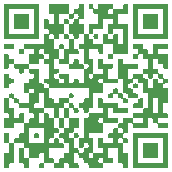
<source format=gbr>
%TF.GenerationSoftware,KiCad,Pcbnew,(6.0.9)*%
%TF.CreationDate,2023-01-29T03:00:28+01:00*%
%TF.ProjectId,Pi Pico Stepper controller,50692050-6963-46f2-9053-746570706572,0.1*%
%TF.SameCoordinates,Original*%
%TF.FileFunction,Legend,Bot*%
%TF.FilePolarity,Positive*%
%FSLAX46Y46*%
G04 Gerber Fmt 4.6, Leading zero omitted, Abs format (unit mm)*
G04 Created by KiCad (PCBNEW (6.0.9)) date 2023-01-29 03:00:28*
%MOMM*%
%LPD*%
G01*
G04 APERTURE LIST*
G04 APERTURE END LIST*
%TO.C,G\u002A\u002A\u002A*%
G36*
X142657211Y-129395272D02*
G01*
X142657185Y-129411268D01*
X142645672Y-129543698D01*
X142587905Y-129596142D01*
X142447045Y-129605437D01*
X142431049Y-129605411D01*
X142298619Y-129593899D01*
X142246175Y-129536131D01*
X142236880Y-129395272D01*
X142236906Y-129379275D01*
X142248418Y-129246846D01*
X142306186Y-129194402D01*
X142447045Y-129185106D01*
X142657211Y-129185106D01*
X142657211Y-129395272D01*
G37*
G36*
X144985028Y-124141161D02*
G01*
X145117457Y-124152673D01*
X145169901Y-124210440D01*
X145179197Y-124351300D01*
X145179223Y-124367297D01*
X145190735Y-124499726D01*
X145248502Y-124552170D01*
X145389362Y-124561465D01*
X145405359Y-124561492D01*
X145537788Y-124573004D01*
X145590232Y-124630771D01*
X145599527Y-124771631D01*
X145599501Y-124787628D01*
X145587989Y-124920057D01*
X145530222Y-124972501D01*
X145389362Y-124981796D01*
X145373365Y-124981770D01*
X145240936Y-124970258D01*
X145188492Y-124912490D01*
X145179197Y-124771631D01*
X145179170Y-124755634D01*
X145167658Y-124623205D01*
X145109891Y-124570761D01*
X144969031Y-124561465D01*
X144758866Y-124561465D01*
X144758866Y-125402127D01*
X144338535Y-125402127D01*
X144338535Y-124561465D01*
X144548700Y-124561465D01*
X144564697Y-124561439D01*
X144697126Y-124549927D01*
X144749570Y-124492160D01*
X144758866Y-124351300D01*
X144758892Y-124335303D01*
X144770404Y-124202874D01*
X144828171Y-124150430D01*
X144969031Y-124141134D01*
X144985028Y-124141161D01*
G37*
G36*
X142042711Y-126663146D02*
G01*
X142175140Y-126674659D01*
X142227584Y-126732426D01*
X142236880Y-126873286D01*
X142236854Y-126889282D01*
X142225341Y-127021712D01*
X142167574Y-127074156D01*
X142026714Y-127083451D01*
X142010718Y-127083425D01*
X141878288Y-127071913D01*
X141825844Y-127014145D01*
X141816549Y-126873286D01*
X141816575Y-126857289D01*
X141828087Y-126724860D01*
X141885855Y-126672416D01*
X142026714Y-126663120D01*
X142042711Y-126663146D01*
G37*
G36*
X147086683Y-118256527D02*
G01*
X147219112Y-118268039D01*
X147271556Y-118325807D01*
X147280851Y-118466666D01*
X147280825Y-118482663D01*
X147269313Y-118615092D01*
X147211545Y-118667536D01*
X147070686Y-118676832D01*
X147054689Y-118676806D01*
X146922260Y-118665294D01*
X146869816Y-118607526D01*
X146860520Y-118466666D01*
X146860547Y-118450670D01*
X146872059Y-118318240D01*
X146929826Y-118265796D01*
X147070686Y-118256501D01*
X147086683Y-118256527D01*
G37*
G36*
X151063830Y-124561465D02*
G01*
X150223168Y-124561465D01*
X150223168Y-124351300D01*
X150223194Y-124335303D01*
X150234706Y-124202874D01*
X150292474Y-124150430D01*
X150433334Y-124141134D01*
X150449330Y-124141108D01*
X150581760Y-124129596D01*
X150634204Y-124071829D01*
X150643499Y-123930969D01*
X150643525Y-123914972D01*
X150655037Y-123782543D01*
X150712805Y-123730099D01*
X150853665Y-123720803D01*
X151063830Y-123720803D01*
X151063830Y-124561465D01*
G37*
G36*
X144564697Y-116995534D02*
G01*
X144697126Y-117007046D01*
X144749570Y-117064814D01*
X144758866Y-117205673D01*
X144758839Y-117221670D01*
X144747327Y-117354099D01*
X144689560Y-117406543D01*
X144548700Y-117415839D01*
X144532703Y-117415813D01*
X144400274Y-117404301D01*
X144347830Y-117346533D01*
X144338535Y-117205673D01*
X144338561Y-117189677D01*
X144350073Y-117057247D01*
X144407840Y-117004803D01*
X144548700Y-116995508D01*
X144564697Y-116995534D01*
G37*
G36*
X139714894Y-127503782D02*
G01*
X139294563Y-127503782D01*
X139294563Y-126663120D01*
X139714894Y-126663120D01*
X139714894Y-127503782D01*
G37*
G36*
X139294563Y-118676832D02*
G01*
X139294563Y-118256501D01*
X139714894Y-118256501D01*
X141816549Y-118256501D01*
X141816549Y-116154846D01*
X139714894Y-116154846D01*
X139714894Y-118256501D01*
X139294563Y-118256501D01*
X139294563Y-115734515D01*
X142236880Y-115734515D01*
X142236880Y-118676832D01*
X139294563Y-118676832D01*
G37*
G36*
X141396218Y-117836170D02*
G01*
X140135225Y-117836170D01*
X140135225Y-116575177D01*
X141396218Y-116575177D01*
X141396218Y-117836170D01*
G37*
G36*
X145405359Y-126663146D02*
G01*
X145537788Y-126674659D01*
X145590232Y-126732426D01*
X145599527Y-126873286D01*
X145599501Y-126889282D01*
X145587989Y-127021712D01*
X145530222Y-127074156D01*
X145389362Y-127083451D01*
X145373365Y-127083425D01*
X145240936Y-127071913D01*
X145188492Y-127014145D01*
X145179197Y-126873286D01*
X145179223Y-126857289D01*
X145190735Y-126724860D01*
X145248502Y-126672416D01*
X145389362Y-126663120D01*
X145405359Y-126663146D01*
G37*
G36*
X150223168Y-118676832D02*
G01*
X150223168Y-118256501D01*
X150643499Y-118256501D01*
X152745154Y-118256501D01*
X152745154Y-116154846D01*
X150643499Y-116154846D01*
X150643499Y-118256501D01*
X150223168Y-118256501D01*
X150223168Y-115734515D01*
X153165485Y-115734515D01*
X153165485Y-118676832D01*
X150223168Y-118676832D01*
G37*
G36*
X144338535Y-126242789D02*
G01*
X143918204Y-126242789D01*
X143918204Y-125402127D01*
X144338535Y-125402127D01*
X144338535Y-126242789D01*
G37*
G36*
X144564697Y-118256527D02*
G01*
X144697126Y-118268039D01*
X144749570Y-118325807D01*
X144758866Y-118466666D01*
X144758892Y-118482663D01*
X144770404Y-118615092D01*
X144828171Y-118667536D01*
X144969031Y-118676832D01*
X145179197Y-118676832D01*
X145179197Y-119517494D01*
X145389362Y-119517494D01*
X145405359Y-119517520D01*
X145537788Y-119529032D01*
X145590232Y-119586800D01*
X145599527Y-119727659D01*
X145599527Y-119937825D01*
X144758866Y-119937825D01*
X144758866Y-120778487D01*
X143918204Y-120778487D01*
X143918204Y-120568321D01*
X143918230Y-120552325D01*
X143929742Y-120419895D01*
X143987510Y-120367451D01*
X144128369Y-120358156D01*
X144338535Y-120358156D01*
X144338535Y-119517494D01*
X144128369Y-119517494D01*
X144112372Y-119517468D01*
X143979943Y-119505955D01*
X143927499Y-119448188D01*
X143918204Y-119307328D01*
X143918230Y-119291332D01*
X143929742Y-119158902D01*
X143987510Y-119106458D01*
X144128369Y-119097163D01*
X144144366Y-119097189D01*
X144276795Y-119108701D01*
X144329239Y-119166469D01*
X144338535Y-119307328D01*
X144338561Y-119323325D01*
X144350073Y-119455754D01*
X144407840Y-119508198D01*
X144548700Y-119517494D01*
X144758866Y-119517494D01*
X144758866Y-118676832D01*
X144548700Y-118676832D01*
X144532703Y-118676806D01*
X144400274Y-118665294D01*
X144347830Y-118607526D01*
X144338535Y-118466666D01*
X144338561Y-118450670D01*
X144350073Y-118318240D01*
X144407840Y-118265796D01*
X144548700Y-118256501D01*
X144564697Y-118256527D01*
G37*
G36*
X152324823Y-117836170D02*
G01*
X151063830Y-117836170D01*
X151063830Y-116575177D01*
X152324823Y-116575177D01*
X152324823Y-117836170D01*
G37*
G36*
X144985028Y-123300499D02*
G01*
X145117457Y-123312011D01*
X145169901Y-123369778D01*
X145179197Y-123510638D01*
X145179170Y-123526635D01*
X145167658Y-123659064D01*
X145109891Y-123711508D01*
X144969031Y-123720803D01*
X144953034Y-123720777D01*
X144820605Y-123709265D01*
X144768161Y-123651498D01*
X144758866Y-123510638D01*
X144758892Y-123494641D01*
X144770404Y-123362212D01*
X144828171Y-123309768D01*
X144969031Y-123300473D01*
X144985028Y-123300499D01*
G37*
G36*
X148768006Y-122880168D02*
G01*
X148900436Y-122891680D01*
X148952880Y-122949447D01*
X148962175Y-123090307D01*
X148962201Y-123106304D01*
X148973714Y-123238733D01*
X149031481Y-123291177D01*
X149172341Y-123300473D01*
X149188337Y-123300499D01*
X149320767Y-123312011D01*
X149373211Y-123369778D01*
X149382506Y-123510638D01*
X149382532Y-123526635D01*
X149394045Y-123659064D01*
X149451812Y-123711508D01*
X149592672Y-123720803D01*
X149608668Y-123720830D01*
X149741098Y-123732342D01*
X149793542Y-123790109D01*
X149802837Y-123930969D01*
X149802811Y-123946966D01*
X149791299Y-124079395D01*
X149733531Y-124131839D01*
X149592672Y-124141134D01*
X149576675Y-124141108D01*
X149444246Y-124129596D01*
X149391802Y-124071829D01*
X149382506Y-123930969D01*
X149382480Y-123914972D01*
X149370968Y-123782543D01*
X149313200Y-123730099D01*
X149172341Y-123720803D01*
X149156344Y-123720777D01*
X149023915Y-123709265D01*
X148971471Y-123651498D01*
X148962175Y-123510638D01*
X148962149Y-123494641D01*
X148950637Y-123362212D01*
X148892869Y-123309768D01*
X148752010Y-123300473D01*
X148736013Y-123300499D01*
X148603584Y-123312011D01*
X148551140Y-123369778D01*
X148541844Y-123510638D01*
X148541818Y-123526635D01*
X148530306Y-123659064D01*
X148472538Y-123711508D01*
X148331679Y-123720803D01*
X148315682Y-123720777D01*
X148183253Y-123709265D01*
X148130809Y-123651498D01*
X148121513Y-123510638D01*
X148121539Y-123494641D01*
X148133052Y-123362212D01*
X148190819Y-123309768D01*
X148331679Y-123300473D01*
X148347675Y-123300446D01*
X148480105Y-123288934D01*
X148532549Y-123231167D01*
X148541844Y-123090307D01*
X148541870Y-123074310D01*
X148553383Y-122941881D01*
X148611150Y-122889437D01*
X148752010Y-122880142D01*
X148768006Y-122880168D01*
G37*
G36*
X152324823Y-128764775D02*
G01*
X151063830Y-128764775D01*
X151063830Y-127503782D01*
X152324823Y-127503782D01*
X152324823Y-128764775D01*
G37*
G36*
X145405359Y-120358182D02*
G01*
X145537788Y-120369694D01*
X145590232Y-120427462D01*
X145599527Y-120568321D01*
X145599554Y-120584318D01*
X145611066Y-120716747D01*
X145668833Y-120769191D01*
X145809693Y-120778487D01*
X145825690Y-120778513D01*
X145958119Y-120790025D01*
X146010563Y-120847793D01*
X146019858Y-120988652D01*
X146019858Y-121198818D01*
X144758866Y-121198818D01*
X144758866Y-120778487D01*
X144969031Y-120778487D01*
X144985028Y-120778461D01*
X145117457Y-120766948D01*
X145169901Y-120709181D01*
X145179197Y-120568321D01*
X145179223Y-120552325D01*
X145190735Y-120419895D01*
X145248502Y-120367451D01*
X145389362Y-120358156D01*
X145405359Y-120358182D01*
G37*
G36*
X139520725Y-121619175D02*
G01*
X139653154Y-121630687D01*
X139705598Y-121688455D01*
X139714894Y-121829314D01*
X139714920Y-121845311D01*
X139726432Y-121977740D01*
X139784200Y-122030184D01*
X139925059Y-122039480D01*
X139941056Y-122039506D01*
X140073485Y-122051018D01*
X140125929Y-122108786D01*
X140135225Y-122249645D01*
X140135199Y-122265642D01*
X140123687Y-122398071D01*
X140065919Y-122450515D01*
X139925059Y-122459811D01*
X139909063Y-122459837D01*
X139776633Y-122471349D01*
X139724189Y-122529116D01*
X139714894Y-122669976D01*
X139714868Y-122685973D01*
X139703356Y-122818402D01*
X139645588Y-122870846D01*
X139504728Y-122880142D01*
X139294563Y-122880142D01*
X139294563Y-121619149D01*
X139504728Y-121619149D01*
X139520725Y-121619175D01*
G37*
G36*
X150449330Y-122459837D02*
G01*
X150581760Y-122471349D01*
X150634204Y-122529116D01*
X150643499Y-122669976D01*
X150643473Y-122685973D01*
X150631961Y-122818402D01*
X150574193Y-122870846D01*
X150433334Y-122880142D01*
X150417337Y-122880115D01*
X150284908Y-122868603D01*
X150232464Y-122810836D01*
X150223168Y-122669976D01*
X150223194Y-122653979D01*
X150234706Y-122521550D01*
X150292474Y-122469106D01*
X150433334Y-122459811D01*
X150449330Y-122459837D01*
G37*
G36*
X140135225Y-119517494D02*
G01*
X139294563Y-119517494D01*
X139294563Y-119097163D01*
X140135225Y-119097163D01*
X140135225Y-119517494D01*
G37*
G36*
X148541844Y-119937825D02*
G01*
X148541844Y-119097163D01*
X147701182Y-119097163D01*
X147701182Y-119937825D01*
X147491017Y-119937825D01*
X147475020Y-119937799D01*
X147342591Y-119926286D01*
X147290147Y-119868519D01*
X147280851Y-119727659D01*
X147280851Y-119517494D01*
X146440189Y-119517494D01*
X146440189Y-120358156D01*
X146860520Y-120358156D01*
X146860520Y-121619149D01*
X147701182Y-121619149D01*
X147701182Y-121408983D01*
X147701156Y-121392986D01*
X147689644Y-121260557D01*
X147631876Y-121208113D01*
X147491017Y-121198818D01*
X147280851Y-121198818D01*
X147280851Y-120358156D01*
X147491017Y-120358156D01*
X147507014Y-120358182D01*
X147639443Y-120369694D01*
X147691887Y-120427462D01*
X147701182Y-120568321D01*
X147701182Y-120778487D01*
X148541844Y-120778487D01*
X148541844Y-120988652D01*
X148541818Y-121004649D01*
X148530306Y-121137078D01*
X148472538Y-121189522D01*
X148331679Y-121198818D01*
X148121513Y-121198818D01*
X148121513Y-122039480D01*
X148962175Y-122039480D01*
X148962175Y-120358156D01*
X149172341Y-120358156D01*
X149188337Y-120358182D01*
X149320767Y-120369694D01*
X149373211Y-120427462D01*
X149382506Y-120568321D01*
X149382506Y-120778487D01*
X150643499Y-120778487D01*
X150643499Y-121198818D01*
X149802837Y-121198818D01*
X149802837Y-122039480D01*
X150013003Y-122039480D01*
X150028999Y-122039453D01*
X150161429Y-122027941D01*
X150213873Y-121970174D01*
X150223168Y-121829314D01*
X151063830Y-121829314D01*
X151063856Y-121845311D01*
X151075368Y-121977740D01*
X151133136Y-122030184D01*
X151273996Y-122039480D01*
X151484161Y-122039480D01*
X151484161Y-122880142D01*
X151904492Y-122880142D01*
X151904492Y-122039480D01*
X152114658Y-122039480D01*
X152130654Y-122039506D01*
X152263083Y-122051018D01*
X152315528Y-122108786D01*
X152324823Y-122249645D01*
X152324849Y-122265642D01*
X152336361Y-122398071D01*
X152394129Y-122450515D01*
X152534988Y-122459811D01*
X152550985Y-122459784D01*
X152683414Y-122448272D01*
X152735859Y-122390505D01*
X152745154Y-122249645D01*
X152745128Y-122233648D01*
X152733616Y-122101219D01*
X152675848Y-122048775D01*
X152534988Y-122039480D01*
X152518992Y-122039453D01*
X152386563Y-122027941D01*
X152334118Y-121970174D01*
X152324823Y-121829314D01*
X152324797Y-121813317D01*
X152313285Y-121680888D01*
X152255517Y-121628444D01*
X152114658Y-121619149D01*
X152098661Y-121619175D01*
X151966232Y-121630687D01*
X151913787Y-121688455D01*
X151904492Y-121829314D01*
X151904466Y-121845311D01*
X151892954Y-121977740D01*
X151835186Y-122030184D01*
X151694327Y-122039480D01*
X151678330Y-122039453D01*
X151545901Y-122027941D01*
X151493457Y-121970174D01*
X151484161Y-121829314D01*
X151484135Y-121813317D01*
X151472623Y-121680888D01*
X151414855Y-121628444D01*
X151273996Y-121619149D01*
X151257999Y-121619175D01*
X151125570Y-121630687D01*
X151073126Y-121688455D01*
X151063830Y-121829314D01*
X150223168Y-121829314D01*
X150223168Y-121619149D01*
X151063830Y-121619149D01*
X151063830Y-121408983D01*
X151063856Y-121392986D01*
X151075368Y-121260557D01*
X151133136Y-121208113D01*
X151273996Y-121198818D01*
X151484161Y-121198818D01*
X151484161Y-120358156D01*
X151273996Y-120358156D01*
X151257999Y-120358130D01*
X151125570Y-120346617D01*
X151073126Y-120288850D01*
X151063830Y-120147990D01*
X151063804Y-120131994D01*
X151052292Y-119999564D01*
X150994524Y-119947120D01*
X150853665Y-119937825D01*
X150837668Y-119937851D01*
X150705239Y-119949363D01*
X150652795Y-120007131D01*
X150643499Y-120147990D01*
X150643473Y-120163987D01*
X150631961Y-120296416D01*
X150574193Y-120348860D01*
X150433334Y-120358156D01*
X150417337Y-120358130D01*
X150284908Y-120346617D01*
X150232464Y-120288850D01*
X150223168Y-120147990D01*
X150223194Y-120131994D01*
X150234706Y-119999564D01*
X150292474Y-119947120D01*
X150433334Y-119937825D01*
X150449330Y-119937799D01*
X150581760Y-119926286D01*
X150634204Y-119868519D01*
X150643499Y-119727659D01*
X150643473Y-119711663D01*
X150631961Y-119579233D01*
X150574193Y-119526789D01*
X150433334Y-119517494D01*
X150417337Y-119517468D01*
X150284908Y-119505955D01*
X150232464Y-119448188D01*
X150223168Y-119307328D01*
X150223168Y-119097163D01*
X151063830Y-119097163D01*
X151063830Y-119307328D01*
X151063856Y-119323325D01*
X151075368Y-119455754D01*
X151133136Y-119508198D01*
X151273996Y-119517494D01*
X151289992Y-119517520D01*
X151422422Y-119529032D01*
X151474866Y-119586800D01*
X151484161Y-119727659D01*
X151484187Y-119743656D01*
X151495699Y-119876085D01*
X151553467Y-119928529D01*
X151694327Y-119937825D01*
X151904492Y-119937825D01*
X151904492Y-119097163D01*
X153165485Y-119097163D01*
X153165485Y-119517494D01*
X152324823Y-119517494D01*
X152324823Y-119937825D01*
X153165485Y-119937825D01*
X153165485Y-121198818D01*
X152955319Y-121198818D01*
X152939323Y-121198792D01*
X152806893Y-121187279D01*
X152754449Y-121129512D01*
X152745154Y-120988652D01*
X152745128Y-120972655D01*
X152733616Y-120840226D01*
X152675848Y-120787782D01*
X152534988Y-120778487D01*
X152518992Y-120778461D01*
X152386563Y-120766948D01*
X152334118Y-120709181D01*
X152324823Y-120568321D01*
X152324797Y-120552325D01*
X152313285Y-120419895D01*
X152255517Y-120367451D01*
X152114658Y-120358156D01*
X151904492Y-120358156D01*
X151904492Y-121198818D01*
X152114658Y-121198818D01*
X152130654Y-121198844D01*
X152263083Y-121210356D01*
X152315528Y-121268124D01*
X152324823Y-121408983D01*
X152324849Y-121424980D01*
X152336361Y-121557409D01*
X152394129Y-121609853D01*
X152534988Y-121619149D01*
X152550985Y-121619175D01*
X152683414Y-121630687D01*
X152735859Y-121688455D01*
X152745154Y-121829314D01*
X152745180Y-121845311D01*
X152756692Y-121977740D01*
X152814460Y-122030184D01*
X152955319Y-122039480D01*
X152971316Y-122039506D01*
X153103745Y-122051018D01*
X153156189Y-122108786D01*
X153165485Y-122249645D01*
X153165459Y-122265642D01*
X153153947Y-122398071D01*
X153096179Y-122450515D01*
X152955319Y-122459811D01*
X152939323Y-122459837D01*
X152806893Y-122471349D01*
X152754449Y-122529116D01*
X152745154Y-122669976D01*
X152745180Y-122685973D01*
X152756692Y-122818402D01*
X152814460Y-122870846D01*
X152955319Y-122880142D01*
X153165485Y-122880142D01*
X153165485Y-124141134D01*
X152745154Y-124141134D01*
X152745154Y-124981796D01*
X152955319Y-124981796D01*
X152971316Y-124981823D01*
X153103745Y-124993335D01*
X153156189Y-125051102D01*
X153165485Y-125191962D01*
X153165485Y-125402127D01*
X152324823Y-125402127D01*
X152324823Y-125822458D01*
X153165485Y-125822458D01*
X153165485Y-126242789D01*
X152324823Y-126242789D01*
X152324823Y-126032624D01*
X152324797Y-126016627D01*
X152313285Y-125884198D01*
X152255517Y-125831754D01*
X152114658Y-125822458D01*
X152098661Y-125822432D01*
X151966232Y-125810920D01*
X151913787Y-125753152D01*
X151904492Y-125612293D01*
X151904466Y-125596296D01*
X151892954Y-125463867D01*
X151835186Y-125411423D01*
X151694327Y-125402127D01*
X151484161Y-125402127D01*
X151484161Y-126242789D01*
X150223168Y-126242789D01*
X150223168Y-126032624D01*
X150223142Y-126016627D01*
X150211630Y-125884198D01*
X150153862Y-125831754D01*
X150013003Y-125822458D01*
X150223168Y-125822458D01*
X151063830Y-125822458D01*
X151063830Y-125402127D01*
X150223168Y-125402127D01*
X150223168Y-125822458D01*
X150013003Y-125822458D01*
X149802837Y-125822458D01*
X149802837Y-126663120D01*
X149592672Y-126663120D01*
X149576675Y-126663146D01*
X149444246Y-126674659D01*
X149391802Y-126732426D01*
X149382506Y-126873286D01*
X149382532Y-126889282D01*
X149394045Y-127021712D01*
X149451812Y-127074156D01*
X149592672Y-127083451D01*
X149608668Y-127083477D01*
X149741098Y-127094990D01*
X149793542Y-127152757D01*
X149802837Y-127293617D01*
X149802811Y-127309613D01*
X149791299Y-127442043D01*
X149733531Y-127494487D01*
X149592672Y-127503782D01*
X149382506Y-127503782D01*
X149382506Y-128344444D01*
X149802837Y-128344444D01*
X149802837Y-129605437D01*
X149592672Y-129605437D01*
X149576675Y-129605411D01*
X149444246Y-129593899D01*
X149391802Y-129536131D01*
X149382506Y-129395272D01*
X149382480Y-129379275D01*
X149370968Y-129246846D01*
X149313200Y-129194402D01*
X149172341Y-129185106D01*
X148962175Y-129185106D01*
X148962175Y-127924113D01*
X148121513Y-127924113D01*
X148121513Y-128764775D01*
X148331679Y-128764775D01*
X148347675Y-128764801D01*
X148480105Y-128776313D01*
X148532549Y-128834081D01*
X148541844Y-128974941D01*
X148541844Y-129185106D01*
X147701182Y-129185106D01*
X147701182Y-129605437D01*
X146440189Y-129605437D01*
X146440189Y-129395272D01*
X146440163Y-129379275D01*
X146428651Y-129246846D01*
X146370884Y-129194402D01*
X146230024Y-129185106D01*
X146214027Y-129185080D01*
X146081598Y-129173568D01*
X146029154Y-129115800D01*
X146019858Y-128974941D01*
X147280851Y-128974941D01*
X147280877Y-128990937D01*
X147292390Y-129123367D01*
X147350157Y-129175811D01*
X147491017Y-129185106D01*
X147507014Y-129185080D01*
X147639443Y-129173568D01*
X147691887Y-129115800D01*
X147701182Y-128974941D01*
X147701156Y-128958944D01*
X147689644Y-128826515D01*
X147631876Y-128774071D01*
X147491017Y-128764775D01*
X147475020Y-128764801D01*
X147342591Y-128776313D01*
X147290147Y-128834081D01*
X147280851Y-128974941D01*
X146019858Y-128974941D01*
X146019832Y-128958944D01*
X146008320Y-128826515D01*
X145950553Y-128774071D01*
X145809693Y-128764775D01*
X145793696Y-128764749D01*
X145661267Y-128753237D01*
X145608823Y-128695469D01*
X145599527Y-128554610D01*
X146440189Y-128554610D01*
X146440216Y-128570606D01*
X146451728Y-128703036D01*
X146509495Y-128755480D01*
X146650355Y-128764775D01*
X146666352Y-128764749D01*
X146798781Y-128753237D01*
X146851225Y-128695469D01*
X146860520Y-128554610D01*
X146860520Y-128344444D01*
X146650355Y-128344444D01*
X146634358Y-128344470D01*
X146501929Y-128355982D01*
X146449485Y-128413750D01*
X146440189Y-128554610D01*
X145599527Y-128554610D01*
X145599501Y-128538613D01*
X145587989Y-128406184D01*
X145530222Y-128353740D01*
X145389362Y-128344444D01*
X145179197Y-128344444D01*
X145179197Y-129185106D01*
X145389362Y-129185106D01*
X145405359Y-129185132D01*
X145537788Y-129196644D01*
X145590232Y-129254412D01*
X145599527Y-129395272D01*
X145599527Y-129605437D01*
X144758866Y-129605437D01*
X144758866Y-129395272D01*
X144758839Y-129379275D01*
X144747327Y-129246846D01*
X144689560Y-129194402D01*
X144548700Y-129185106D01*
X144532703Y-129185132D01*
X144400274Y-129196644D01*
X144347830Y-129254412D01*
X144338535Y-129395272D01*
X144338535Y-129605437D01*
X143497873Y-129605437D01*
X143497873Y-129185106D01*
X142657211Y-129185106D01*
X142657211Y-128344444D01*
X142447045Y-128344444D01*
X142431049Y-128344470D01*
X142298619Y-128355982D01*
X142246175Y-128413750D01*
X142236880Y-128554610D01*
X142236880Y-128764775D01*
X141396218Y-128764775D01*
X141396218Y-127924113D01*
X140975887Y-127924113D01*
X140975887Y-128764775D01*
X141396218Y-128764775D01*
X141396218Y-129605437D01*
X141186052Y-129605437D01*
X141170056Y-129605411D01*
X141037626Y-129593899D01*
X140985182Y-129536131D01*
X140975887Y-129395272D01*
X140975861Y-129379275D01*
X140964348Y-129246846D01*
X140906581Y-129194402D01*
X140765721Y-129185106D01*
X140555556Y-129185106D01*
X140555556Y-127924113D01*
X140765721Y-127924113D01*
X140781718Y-127924087D01*
X140914147Y-127912575D01*
X140966591Y-127854807D01*
X140975887Y-127713948D01*
X140975887Y-127503782D01*
X141396218Y-127503782D01*
X142657211Y-127503782D01*
X142657211Y-126242789D01*
X141396218Y-126242789D01*
X141396218Y-127503782D01*
X140975887Y-127503782D01*
X140135225Y-127503782D01*
X140135225Y-129185106D01*
X139925059Y-129185106D01*
X139909063Y-129185132D01*
X139776633Y-129196644D01*
X139724189Y-129254412D01*
X139714894Y-129395272D01*
X139714868Y-129411268D01*
X139703356Y-129543698D01*
X139645588Y-129596142D01*
X139504728Y-129605437D01*
X139294563Y-129605437D01*
X139294563Y-128344444D01*
X139714894Y-128344444D01*
X139714894Y-127503782D01*
X139925059Y-127503782D01*
X139941056Y-127503756D01*
X140073485Y-127492244D01*
X140125929Y-127434476D01*
X140135225Y-127293617D01*
X140135251Y-127277620D01*
X140146763Y-127145191D01*
X140204531Y-127092747D01*
X140345390Y-127083451D01*
X140361387Y-127083425D01*
X140493816Y-127071913D01*
X140546260Y-127014145D01*
X140555556Y-126873286D01*
X140555582Y-126857289D01*
X140567094Y-126724860D01*
X140624862Y-126672416D01*
X140765721Y-126663120D01*
X140975887Y-126663120D01*
X140975887Y-125822458D01*
X140135225Y-125822458D01*
X140135225Y-126242789D01*
X139294563Y-126242789D01*
X139294563Y-125402127D01*
X139504728Y-125402127D01*
X139520725Y-125402101D01*
X139653154Y-125390589D01*
X139705598Y-125332821D01*
X139714894Y-125191962D01*
X139714868Y-125175965D01*
X139703356Y-125043536D01*
X139645588Y-124991092D01*
X139504728Y-124981796D01*
X139294563Y-124981796D01*
X139294563Y-124561465D01*
X139714894Y-124561465D01*
X140135225Y-124561465D01*
X140135225Y-125402127D01*
X140345390Y-125402127D01*
X140361387Y-125402101D01*
X140493816Y-125390589D01*
X140546260Y-125332821D01*
X140555556Y-125191962D01*
X140555582Y-125175965D01*
X140567094Y-125043536D01*
X140624862Y-124991092D01*
X140765721Y-124981796D01*
X140975887Y-124981796D01*
X140975887Y-125822458D01*
X141186052Y-125822458D01*
X141202049Y-125822432D01*
X141334478Y-125810920D01*
X141386922Y-125753152D01*
X141396218Y-125612293D01*
X141396244Y-125596296D01*
X141407756Y-125463867D01*
X141465524Y-125411423D01*
X141606383Y-125402127D01*
X141622380Y-125402101D01*
X141754809Y-125390589D01*
X141807253Y-125332821D01*
X141816549Y-125191962D01*
X141816523Y-125175965D01*
X141805010Y-125043536D01*
X141747243Y-124991092D01*
X141606383Y-124981796D01*
X141590387Y-124981770D01*
X141457957Y-124970258D01*
X141405513Y-124912490D01*
X141396218Y-124771631D01*
X141396218Y-124561465D01*
X140555556Y-124561465D01*
X140555556Y-124351300D01*
X140555530Y-124335303D01*
X140544018Y-124202874D01*
X140486250Y-124150430D01*
X140345390Y-124141134D01*
X140329394Y-124141108D01*
X140196964Y-124129596D01*
X140144520Y-124071829D01*
X140135225Y-123930969D01*
X140135199Y-123914972D01*
X140123687Y-123782543D01*
X140065919Y-123730099D01*
X139925059Y-123720803D01*
X139714894Y-123720803D01*
X139714894Y-124561465D01*
X139294563Y-124561465D01*
X139294563Y-123720803D01*
X139504728Y-123720803D01*
X139520725Y-123720777D01*
X139653154Y-123709265D01*
X139705598Y-123651498D01*
X139714894Y-123510638D01*
X139714920Y-123494641D01*
X139726432Y-123362212D01*
X139784200Y-123309768D01*
X139925059Y-123300473D01*
X139941056Y-123300499D01*
X140073485Y-123312011D01*
X140125929Y-123369778D01*
X140135225Y-123510638D01*
X140135251Y-123526635D01*
X140146763Y-123659064D01*
X140204531Y-123711508D01*
X140345390Y-123720803D01*
X140361387Y-123720830D01*
X140493816Y-123732342D01*
X140546260Y-123790109D01*
X140555556Y-123930969D01*
X140555556Y-124141134D01*
X141396218Y-124141134D01*
X141396218Y-123300473D01*
X140975887Y-123300473D01*
X140975887Y-123090307D01*
X141396218Y-123090307D01*
X141396244Y-123106304D01*
X141407756Y-123238733D01*
X141465524Y-123291177D01*
X141606383Y-123300473D01*
X141622380Y-123300446D01*
X141754809Y-123288934D01*
X141807253Y-123231167D01*
X141816549Y-123090307D01*
X141816523Y-123074310D01*
X141805010Y-122941881D01*
X141747243Y-122889437D01*
X141606383Y-122880142D01*
X141590387Y-122880168D01*
X141457957Y-122891680D01*
X141405513Y-122949447D01*
X141396218Y-123090307D01*
X140975887Y-123090307D01*
X140975887Y-122459811D01*
X141186052Y-122459811D01*
X141202049Y-122459784D01*
X141334478Y-122448272D01*
X141386922Y-122390505D01*
X141396218Y-122249645D01*
X141396244Y-122233648D01*
X141407756Y-122101219D01*
X141465524Y-122048775D01*
X141606383Y-122039480D01*
X141622380Y-122039453D01*
X141754809Y-122027941D01*
X141807253Y-121970174D01*
X141816549Y-121829314D01*
X141816523Y-121813317D01*
X141805010Y-121680888D01*
X141747243Y-121628444D01*
X141606383Y-121619149D01*
X141590387Y-121619123D01*
X141457957Y-121607610D01*
X141405513Y-121549843D01*
X141396218Y-121408983D01*
X141396192Y-121392986D01*
X141384679Y-121260557D01*
X141326912Y-121208113D01*
X141186052Y-121198818D01*
X141396218Y-121198818D01*
X142236880Y-121198818D01*
X142236880Y-122459811D01*
X142447045Y-122459811D01*
X142463042Y-122459837D01*
X142595471Y-122471349D01*
X142647915Y-122529116D01*
X142657211Y-122669976D01*
X142657237Y-122685973D01*
X142668749Y-122818402D01*
X142726517Y-122870846D01*
X142867376Y-122880142D01*
X143077542Y-122880142D01*
X143077542Y-123720803D01*
X143287707Y-123720803D01*
X143303704Y-123720830D01*
X143436133Y-123732342D01*
X143488577Y-123790109D01*
X143497873Y-123930969D01*
X143497899Y-123946966D01*
X143509411Y-124079395D01*
X143567179Y-124131839D01*
X143708038Y-124141134D01*
X143724035Y-124141108D01*
X143856464Y-124129596D01*
X143908908Y-124071829D01*
X143918204Y-123930969D01*
X143918204Y-123720803D01*
X144758866Y-123720803D01*
X144758866Y-123930969D01*
X144758839Y-123946966D01*
X144747327Y-124079395D01*
X144689560Y-124131839D01*
X144548700Y-124141134D01*
X144532703Y-124141161D01*
X144400274Y-124152673D01*
X144347830Y-124210440D01*
X144338535Y-124351300D01*
X144338508Y-124367297D01*
X144326996Y-124499726D01*
X144269229Y-124552170D01*
X144128369Y-124561465D01*
X143918204Y-124561465D01*
X143918204Y-125402127D01*
X143497873Y-125402127D01*
X143497873Y-124561465D01*
X142657211Y-124561465D01*
X142657211Y-123300473D01*
X142236880Y-123300473D01*
X142236880Y-124141134D01*
X142026714Y-124141134D01*
X142010718Y-124141161D01*
X141878288Y-124152673D01*
X141825844Y-124210440D01*
X141816549Y-124351300D01*
X141816549Y-124561465D01*
X142657211Y-124561465D01*
X142657211Y-124771631D01*
X142657185Y-124787628D01*
X142645672Y-124920057D01*
X142587905Y-124972501D01*
X142447045Y-124981796D01*
X142236880Y-124981796D01*
X142236880Y-125822458D01*
X142657211Y-125822458D01*
X142657211Y-124981796D01*
X142867376Y-124981796D01*
X142883373Y-124981823D01*
X143015802Y-124993335D01*
X143068246Y-125051102D01*
X143077542Y-125191962D01*
X143077568Y-125207959D01*
X143089080Y-125340388D01*
X143146848Y-125392832D01*
X143287707Y-125402127D01*
X143497873Y-125402127D01*
X143497873Y-126242789D01*
X143708038Y-126242789D01*
X143724035Y-126242815D01*
X143856464Y-126254328D01*
X143908908Y-126312095D01*
X143918204Y-126452955D01*
X143918177Y-126468951D01*
X143906665Y-126601381D01*
X143848898Y-126653825D01*
X143708038Y-126663120D01*
X143692041Y-126663146D01*
X143559612Y-126674659D01*
X143507168Y-126732426D01*
X143497873Y-126873286D01*
X143497847Y-126889282D01*
X143486334Y-127021712D01*
X143428567Y-127074156D01*
X143287707Y-127083451D01*
X143271710Y-127083477D01*
X143139281Y-127094990D01*
X143086837Y-127152757D01*
X143077542Y-127293617D01*
X143077568Y-127309613D01*
X143089080Y-127442043D01*
X143146848Y-127494487D01*
X143287707Y-127503782D01*
X143303704Y-127503756D01*
X143436133Y-127492244D01*
X143488577Y-127434476D01*
X143497873Y-127293617D01*
X143497899Y-127277620D01*
X143509411Y-127145191D01*
X143567179Y-127092747D01*
X143708038Y-127083451D01*
X143724035Y-127083477D01*
X143856464Y-127094990D01*
X143908908Y-127152757D01*
X143918204Y-127293617D01*
X143918230Y-127309613D01*
X143929742Y-127442043D01*
X143987510Y-127494487D01*
X144128369Y-127503782D01*
X144144366Y-127503808D01*
X144276795Y-127515321D01*
X144329239Y-127573088D01*
X144338535Y-127713948D01*
X144338535Y-127924113D01*
X143077542Y-127924113D01*
X143077542Y-128764775D01*
X143287707Y-128764775D01*
X143303704Y-128764801D01*
X143436133Y-128776313D01*
X143488577Y-128834081D01*
X143497873Y-128974941D01*
X143497899Y-128990937D01*
X143509411Y-129123367D01*
X143567179Y-129175811D01*
X143708038Y-129185106D01*
X143724035Y-129185080D01*
X143856464Y-129173568D01*
X143908908Y-129115800D01*
X143918204Y-128974941D01*
X143918230Y-128958944D01*
X143929742Y-128826515D01*
X143987510Y-128774071D01*
X144128369Y-128764775D01*
X144144366Y-128764749D01*
X144276795Y-128753237D01*
X144329239Y-128695469D01*
X144338535Y-128554610D01*
X144338561Y-128538613D01*
X144350073Y-128406184D01*
X144407840Y-128353740D01*
X144548700Y-128344444D01*
X144758866Y-128344444D01*
X144758866Y-127503782D01*
X144548700Y-127503782D01*
X144532703Y-127503756D01*
X144400274Y-127492244D01*
X144347830Y-127434476D01*
X144338535Y-127293617D01*
X144338508Y-127277620D01*
X144326996Y-127145191D01*
X144269229Y-127092747D01*
X144128369Y-127083451D01*
X144112372Y-127083425D01*
X143979943Y-127071913D01*
X143927499Y-127014145D01*
X143918204Y-126873286D01*
X143918230Y-126857289D01*
X143929742Y-126724860D01*
X143987510Y-126672416D01*
X144128369Y-126663120D01*
X144144366Y-126663094D01*
X144276795Y-126651582D01*
X144329239Y-126593814D01*
X144338535Y-126452955D01*
X144338561Y-126436958D01*
X144350073Y-126304529D01*
X144407840Y-126252085D01*
X144548700Y-126242789D01*
X144758866Y-126242789D01*
X144758866Y-125402127D01*
X145599527Y-125402127D01*
X145599527Y-126242789D01*
X145389362Y-126242789D01*
X145373365Y-126242815D01*
X145240936Y-126254328D01*
X145188492Y-126312095D01*
X145179197Y-126452955D01*
X145179170Y-126468951D01*
X145167658Y-126601381D01*
X145109891Y-126653825D01*
X144969031Y-126663120D01*
X144953034Y-126663146D01*
X144820605Y-126674659D01*
X144768161Y-126732426D01*
X144758866Y-126873286D01*
X144758892Y-126889282D01*
X144770404Y-127021712D01*
X144828171Y-127074156D01*
X144969031Y-127083451D01*
X145179197Y-127083451D01*
X145179197Y-127924113D01*
X145389362Y-127924113D01*
X145405359Y-127924139D01*
X145537788Y-127935652D01*
X145590232Y-127993419D01*
X145599527Y-128134279D01*
X145599554Y-128150275D01*
X145611066Y-128282705D01*
X145668833Y-128335149D01*
X145809693Y-128344444D01*
X145825690Y-128344418D01*
X145958119Y-128332906D01*
X146010563Y-128275138D01*
X146019858Y-128134279D01*
X146019885Y-128118282D01*
X146031397Y-127985853D01*
X146089164Y-127933409D01*
X146230024Y-127924113D01*
X146246021Y-127924087D01*
X146378450Y-127912575D01*
X146430894Y-127854807D01*
X146440189Y-127713948D01*
X146440163Y-127697951D01*
X146428651Y-127565522D01*
X146370884Y-127513078D01*
X146230024Y-127503782D01*
X146214027Y-127503808D01*
X146081598Y-127515321D01*
X146029154Y-127573088D01*
X146019858Y-127713948D01*
X146019832Y-127729944D01*
X146008320Y-127862374D01*
X145950553Y-127914818D01*
X145809693Y-127924113D01*
X145599527Y-127924113D01*
X145599527Y-127083451D01*
X146019858Y-127083451D01*
X146019858Y-125402127D01*
X146230024Y-125402127D01*
X146246021Y-125402101D01*
X146378450Y-125390589D01*
X146430894Y-125332821D01*
X146440189Y-125191962D01*
X146440189Y-124981796D01*
X147701182Y-124981796D01*
X147701182Y-124771631D01*
X147701156Y-124755634D01*
X147689644Y-124623205D01*
X147631876Y-124570761D01*
X147491017Y-124561465D01*
X147280851Y-124561465D01*
X147280851Y-123720803D01*
X147491017Y-123720803D01*
X147507014Y-123720830D01*
X147639443Y-123732342D01*
X147691887Y-123790109D01*
X147701182Y-123930969D01*
X147701182Y-124141134D01*
X148962175Y-124141134D01*
X148962175Y-124561465D01*
X149802837Y-124561465D01*
X149802837Y-124981796D01*
X148541844Y-124981796D01*
X148541844Y-124771631D01*
X148541818Y-124755634D01*
X148530306Y-124623205D01*
X148472538Y-124570761D01*
X148331679Y-124561465D01*
X148121513Y-124561465D01*
X148121513Y-125402127D01*
X148962175Y-125402127D01*
X148962175Y-125822458D01*
X147701182Y-125822458D01*
X147701182Y-125612293D01*
X147701156Y-125596296D01*
X147689644Y-125463867D01*
X147631876Y-125411423D01*
X147491017Y-125402127D01*
X147475020Y-125402153D01*
X147342591Y-125413666D01*
X147290147Y-125471433D01*
X147280851Y-125612293D01*
X147280877Y-125628290D01*
X147292390Y-125760719D01*
X147350157Y-125813163D01*
X147491017Y-125822458D01*
X147701182Y-125822458D01*
X147701182Y-126663120D01*
X146440189Y-126663120D01*
X146440189Y-126873286D01*
X146440216Y-126889282D01*
X146451728Y-127021712D01*
X146509495Y-127074156D01*
X146650355Y-127083451D01*
X146860520Y-127083451D01*
X146860520Y-128344444D01*
X147701182Y-128344444D01*
X147701182Y-128134279D01*
X147701156Y-128118282D01*
X147689644Y-127985853D01*
X147631876Y-127933409D01*
X147491017Y-127924113D01*
X147280851Y-127924113D01*
X147280851Y-127083451D01*
X147491017Y-127083451D01*
X147507014Y-127083477D01*
X147639443Y-127094990D01*
X147691887Y-127152757D01*
X147701182Y-127293617D01*
X147701182Y-127503782D01*
X148541844Y-127503782D01*
X148541844Y-127293617D01*
X148962175Y-127293617D01*
X148962201Y-127309613D01*
X148973714Y-127442043D01*
X149031481Y-127494487D01*
X149172341Y-127503782D01*
X149188337Y-127503756D01*
X149320767Y-127492244D01*
X149373211Y-127434476D01*
X149382506Y-127293617D01*
X149382480Y-127277620D01*
X149370968Y-127145191D01*
X149313200Y-127092747D01*
X149172341Y-127083451D01*
X149156344Y-127083477D01*
X149023915Y-127094990D01*
X148971471Y-127152757D01*
X148962175Y-127293617D01*
X148541844Y-127293617D01*
X148541818Y-127277620D01*
X148530306Y-127145191D01*
X148472538Y-127092747D01*
X148331679Y-127083451D01*
X148315682Y-127083425D01*
X148183253Y-127071913D01*
X148130809Y-127014145D01*
X148121513Y-126873286D01*
X148121539Y-126857289D01*
X148133052Y-126724860D01*
X148190819Y-126672416D01*
X148331679Y-126663120D01*
X148347675Y-126663094D01*
X148480105Y-126651582D01*
X148532549Y-126593814D01*
X148541844Y-126452955D01*
X148541870Y-126436958D01*
X148553383Y-126304529D01*
X148611150Y-126252085D01*
X148752010Y-126242789D01*
X148768006Y-126242815D01*
X148900436Y-126254328D01*
X148952880Y-126312095D01*
X148962175Y-126452955D01*
X148962201Y-126468951D01*
X148973714Y-126601381D01*
X149031481Y-126653825D01*
X149172341Y-126663120D01*
X149188337Y-126663094D01*
X149320767Y-126651582D01*
X149373211Y-126593814D01*
X149382506Y-126452955D01*
X149382480Y-126436958D01*
X149370968Y-126304529D01*
X149313200Y-126252085D01*
X149172341Y-126242789D01*
X149156344Y-126242763D01*
X149023915Y-126231251D01*
X148971471Y-126173483D01*
X148962175Y-126032624D01*
X148962201Y-126016627D01*
X148973714Y-125884198D01*
X149031481Y-125831754D01*
X149172341Y-125822458D01*
X149188337Y-125822432D01*
X149320767Y-125810920D01*
X149373211Y-125753152D01*
X149382506Y-125612293D01*
X149382506Y-125402127D01*
X150223168Y-125402127D01*
X150223168Y-124981796D01*
X151063830Y-124981796D01*
X151904492Y-124981796D01*
X152324823Y-124981796D01*
X152324823Y-123720803D01*
X151904492Y-123720803D01*
X151904492Y-124981796D01*
X151063830Y-124981796D01*
X151063830Y-124771631D01*
X151063856Y-124755634D01*
X151075368Y-124623205D01*
X151133136Y-124570761D01*
X151273996Y-124561465D01*
X151484161Y-124561465D01*
X151484161Y-123300473D01*
X151063830Y-123300473D01*
X151063830Y-122459811D01*
X150853665Y-122459811D01*
X150837668Y-122459784D01*
X150705239Y-122448272D01*
X150652795Y-122390505D01*
X150643499Y-122249645D01*
X150643473Y-122233648D01*
X150631961Y-122101219D01*
X150574193Y-122048775D01*
X150433334Y-122039480D01*
X150417337Y-122039506D01*
X150284908Y-122051018D01*
X150232464Y-122108786D01*
X150223168Y-122249645D01*
X150223142Y-122265642D01*
X150211630Y-122398071D01*
X150153862Y-122450515D01*
X150013003Y-122459811D01*
X149997006Y-122459837D01*
X149864577Y-122471349D01*
X149812133Y-122529116D01*
X149802837Y-122669976D01*
X149802863Y-122685973D01*
X149814376Y-122818402D01*
X149872143Y-122870846D01*
X150013003Y-122880142D01*
X150028999Y-122880168D01*
X150161429Y-122891680D01*
X150213873Y-122949447D01*
X150223168Y-123090307D01*
X150223194Y-123106304D01*
X150234706Y-123238733D01*
X150292474Y-123291177D01*
X150433334Y-123300473D01*
X150449330Y-123300499D01*
X150581760Y-123312011D01*
X150634204Y-123369778D01*
X150643499Y-123510638D01*
X150643499Y-123720803D01*
X149802837Y-123720803D01*
X149802837Y-123510638D01*
X149802811Y-123494641D01*
X149791299Y-123362212D01*
X149733531Y-123309768D01*
X149592672Y-123300473D01*
X149382506Y-123300473D01*
X149382506Y-122039480D01*
X149172341Y-122039480D01*
X149156344Y-122039506D01*
X149023915Y-122051018D01*
X148971471Y-122108786D01*
X148962175Y-122249645D01*
X148962175Y-122459811D01*
X147701182Y-122459811D01*
X147701182Y-122249645D01*
X147701156Y-122233648D01*
X147689644Y-122101219D01*
X147631876Y-122048775D01*
X147491017Y-122039480D01*
X147475020Y-122039506D01*
X147342591Y-122051018D01*
X147290147Y-122108786D01*
X147280851Y-122249645D01*
X147280877Y-122265642D01*
X147292390Y-122398071D01*
X147350157Y-122450515D01*
X147491017Y-122459811D01*
X147701182Y-122459811D01*
X147701182Y-123300473D01*
X146860520Y-123300473D01*
X146860520Y-124561465D01*
X146650355Y-124561465D01*
X146634358Y-124561492D01*
X146501929Y-124573004D01*
X146449485Y-124630771D01*
X146440189Y-124771631D01*
X146440163Y-124787628D01*
X146428651Y-124920057D01*
X146370884Y-124972501D01*
X146230024Y-124981796D01*
X146214027Y-124981770D01*
X146081598Y-124970258D01*
X146029154Y-124912490D01*
X146019858Y-124771631D01*
X146019832Y-124755634D01*
X146008320Y-124623205D01*
X145950553Y-124570761D01*
X145809693Y-124561465D01*
X145793696Y-124561439D01*
X145661267Y-124549927D01*
X145608823Y-124492160D01*
X145599527Y-124351300D01*
X145599554Y-124335303D01*
X145611066Y-124202874D01*
X145668833Y-124150430D01*
X145809693Y-124141134D01*
X145825690Y-124141108D01*
X145958119Y-124129596D01*
X146010563Y-124071829D01*
X146019858Y-123930969D01*
X146019885Y-123914972D01*
X146031397Y-123782543D01*
X146089164Y-123730099D01*
X146230024Y-123720803D01*
X146440189Y-123720803D01*
X146440189Y-122880142D01*
X143077542Y-122880142D01*
X143077542Y-122669976D01*
X143077516Y-122653979D01*
X143066003Y-122521550D01*
X143008236Y-122469106D01*
X142867376Y-122459811D01*
X142851379Y-122459784D01*
X142718950Y-122448272D01*
X142666506Y-122390505D01*
X142657211Y-122249645D01*
X142657237Y-122233648D01*
X142668749Y-122101219D01*
X142726517Y-122048775D01*
X142867376Y-122039480D01*
X143077542Y-122039480D01*
X143077542Y-120778487D01*
X142867376Y-120778487D01*
X142851379Y-120778461D01*
X142718950Y-120766948D01*
X142666506Y-120709181D01*
X142657211Y-120568321D01*
X142657237Y-120552325D01*
X142668749Y-120419895D01*
X142726517Y-120367451D01*
X142867376Y-120358156D01*
X142883373Y-120358130D01*
X143015802Y-120346617D01*
X143068246Y-120288850D01*
X143077542Y-120147990D01*
X143077516Y-120131994D01*
X143066003Y-119999564D01*
X143008236Y-119947120D01*
X142867376Y-119937825D01*
X142851379Y-119937799D01*
X142718950Y-119926286D01*
X142666506Y-119868519D01*
X142657211Y-119727659D01*
X142657185Y-119711663D01*
X142645672Y-119579233D01*
X142587905Y-119526789D01*
X142447045Y-119517494D01*
X142431049Y-119517520D01*
X142298619Y-119529032D01*
X142246175Y-119586800D01*
X142236880Y-119727659D01*
X142236906Y-119743656D01*
X142248418Y-119876085D01*
X142306186Y-119928529D01*
X142447045Y-119937825D01*
X142463042Y-119937851D01*
X142595471Y-119949363D01*
X142647915Y-120007131D01*
X142657211Y-120147990D01*
X142657185Y-120163987D01*
X142645672Y-120296416D01*
X142587905Y-120348860D01*
X142447045Y-120358156D01*
X142431049Y-120358182D01*
X142298619Y-120369694D01*
X142246175Y-120427462D01*
X142236880Y-120568321D01*
X142236880Y-120778487D01*
X141396218Y-120778487D01*
X141396218Y-121198818D01*
X141186052Y-121198818D01*
X141170056Y-121198844D01*
X141037626Y-121210356D01*
X140985182Y-121268124D01*
X140975887Y-121408983D01*
X140975861Y-121424980D01*
X140964348Y-121557409D01*
X140906581Y-121609853D01*
X140765721Y-121619149D01*
X140749725Y-121619123D01*
X140617295Y-121607610D01*
X140564851Y-121549843D01*
X140555556Y-121408983D01*
X140555530Y-121392986D01*
X140544018Y-121260557D01*
X140486250Y-121208113D01*
X140345390Y-121198818D01*
X140329394Y-121198792D01*
X140196964Y-121187279D01*
X140144520Y-121129512D01*
X140135225Y-120988652D01*
X140135199Y-120972655D01*
X140123687Y-120840226D01*
X140065919Y-120787782D01*
X139925059Y-120778487D01*
X139909063Y-120778513D01*
X139776633Y-120790025D01*
X139724189Y-120847793D01*
X139714894Y-120988652D01*
X139714868Y-121004649D01*
X139703356Y-121137078D01*
X139645588Y-121189522D01*
X139504728Y-121198818D01*
X139294563Y-121198818D01*
X139294563Y-119937825D01*
X139504728Y-119937825D01*
X139520725Y-119937851D01*
X139653154Y-119949363D01*
X139705598Y-120007131D01*
X139714894Y-120147990D01*
X139714920Y-120163987D01*
X139726432Y-120296416D01*
X139784200Y-120348860D01*
X139925059Y-120358156D01*
X139941056Y-120358182D01*
X140073485Y-120369694D01*
X140125929Y-120427462D01*
X140135225Y-120568321D01*
X140135225Y-120778487D01*
X141396218Y-120778487D01*
X141396218Y-119937825D01*
X141606383Y-119937825D01*
X141622380Y-119937799D01*
X141754809Y-119926286D01*
X141807253Y-119868519D01*
X141816549Y-119727659D01*
X141816549Y-119517494D01*
X140975887Y-119517494D01*
X140975887Y-119727659D01*
X140975861Y-119743656D01*
X140964348Y-119876085D01*
X140906581Y-119928529D01*
X140765721Y-119937825D01*
X140749725Y-119937799D01*
X140617295Y-119926286D01*
X140564851Y-119868519D01*
X140555556Y-119727659D01*
X140555582Y-119711663D01*
X140567094Y-119579233D01*
X140624862Y-119526789D01*
X140765721Y-119517494D01*
X140781718Y-119517468D01*
X140914147Y-119505955D01*
X140966591Y-119448188D01*
X140975887Y-119307328D01*
X140975887Y-119097163D01*
X142657211Y-119097163D01*
X142657211Y-118466666D01*
X143077542Y-118466666D01*
X143077568Y-118482663D01*
X143089080Y-118615092D01*
X143146848Y-118667536D01*
X143287707Y-118676832D01*
X143497873Y-118676832D01*
X143497873Y-119517494D01*
X143918204Y-119517494D01*
X143918204Y-120358156D01*
X143497873Y-120358156D01*
X143497873Y-121198818D01*
X143708038Y-121198818D01*
X143724035Y-121198844D01*
X143856464Y-121210356D01*
X143908908Y-121268124D01*
X143918204Y-121408983D01*
X143918177Y-121424980D01*
X143906665Y-121557409D01*
X143848898Y-121609853D01*
X143708038Y-121619149D01*
X143692041Y-121619175D01*
X143559612Y-121630687D01*
X143507168Y-121688455D01*
X143497873Y-121829314D01*
X143497899Y-121845311D01*
X143509411Y-121977740D01*
X143567179Y-122030184D01*
X143708038Y-122039480D01*
X143724035Y-122039506D01*
X143856464Y-122051018D01*
X143908908Y-122108786D01*
X143918204Y-122249645D01*
X143918230Y-122265642D01*
X143929742Y-122398071D01*
X143987510Y-122450515D01*
X144128369Y-122459811D01*
X144144366Y-122459784D01*
X144276795Y-122448272D01*
X144329239Y-122390505D01*
X144338535Y-122249645D01*
X144338508Y-122233648D01*
X144326996Y-122101219D01*
X144269229Y-122048775D01*
X144128369Y-122039480D01*
X144112372Y-122039453D01*
X143979943Y-122027941D01*
X143927499Y-121970174D01*
X143918204Y-121829314D01*
X143918204Y-121619149D01*
X144758866Y-121619149D01*
X144758866Y-122459811D01*
X144969031Y-122459811D01*
X144985028Y-122459784D01*
X145117457Y-122448272D01*
X145169901Y-122390505D01*
X145179197Y-122249645D01*
X145179223Y-122233648D01*
X145190735Y-122101219D01*
X145248502Y-122048775D01*
X145389362Y-122039480D01*
X145405359Y-122039506D01*
X145537788Y-122051018D01*
X145590232Y-122108786D01*
X145599527Y-122249645D01*
X145599554Y-122265642D01*
X145611066Y-122398071D01*
X145668833Y-122450515D01*
X145809693Y-122459811D01*
X146019858Y-122459811D01*
X146019858Y-121829314D01*
X146440189Y-121829314D01*
X146440216Y-121845311D01*
X146451728Y-121977740D01*
X146509495Y-122030184D01*
X146650355Y-122039480D01*
X146666352Y-122039453D01*
X146798781Y-122027941D01*
X146851225Y-121970174D01*
X146860520Y-121829314D01*
X146860494Y-121813317D01*
X146848982Y-121680888D01*
X146791214Y-121628444D01*
X146650355Y-121619149D01*
X146634358Y-121619175D01*
X146501929Y-121630687D01*
X146449485Y-121688455D01*
X146440189Y-121829314D01*
X146019858Y-121829314D01*
X146019858Y-121198818D01*
X146230024Y-121198818D01*
X146246021Y-121198792D01*
X146378450Y-121187279D01*
X146430894Y-121129512D01*
X146440189Y-120988652D01*
X146440163Y-120972655D01*
X146428651Y-120840226D01*
X146370884Y-120787782D01*
X146230024Y-120778487D01*
X146019858Y-120778487D01*
X146019858Y-119517494D01*
X145809693Y-119517494D01*
X145793696Y-119517468D01*
X145661267Y-119505955D01*
X145608823Y-119448188D01*
X145599527Y-119307328D01*
X145599554Y-119291332D01*
X145611066Y-119158902D01*
X145668833Y-119106458D01*
X145809693Y-119097163D01*
X146019858Y-119097163D01*
X146019858Y-118466666D01*
X146440189Y-118466666D01*
X146440216Y-118482663D01*
X146451728Y-118615092D01*
X146509495Y-118667536D01*
X146650355Y-118676832D01*
X146666352Y-118676858D01*
X146798781Y-118688370D01*
X146851225Y-118746138D01*
X146860520Y-118886997D01*
X146860520Y-119097163D01*
X147701182Y-119097163D01*
X147701182Y-118256501D01*
X147911348Y-118256501D01*
X147927345Y-118256527D01*
X148059774Y-118268039D01*
X148112218Y-118325807D01*
X148121513Y-118466666D01*
X148121539Y-118482663D01*
X148133052Y-118615092D01*
X148190819Y-118667536D01*
X148331679Y-118676832D01*
X148347675Y-118676806D01*
X148480105Y-118665294D01*
X148532549Y-118607526D01*
X148541844Y-118466666D01*
X148541870Y-118450670D01*
X148553383Y-118318240D01*
X148611150Y-118265796D01*
X148752010Y-118256501D01*
X148962175Y-118256501D01*
X148962175Y-119097163D01*
X149382506Y-119097163D01*
X149382506Y-117836170D01*
X148541844Y-117836170D01*
X148541844Y-118046335D01*
X148541818Y-118062332D01*
X148530306Y-118194761D01*
X148472538Y-118247205D01*
X148331679Y-118256501D01*
X148121513Y-118256501D01*
X148121513Y-117415839D01*
X148331679Y-117415839D01*
X148347675Y-117415813D01*
X148480105Y-117404301D01*
X148532549Y-117346533D01*
X148541844Y-117205673D01*
X148541844Y-116995508D01*
X147701182Y-116995508D01*
X147701182Y-117836170D01*
X146860520Y-117836170D01*
X146860520Y-118046335D01*
X146860494Y-118062332D01*
X146848982Y-118194761D01*
X146791214Y-118247205D01*
X146650355Y-118256501D01*
X146634358Y-118256527D01*
X146501929Y-118268039D01*
X146449485Y-118325807D01*
X146440189Y-118466666D01*
X146019858Y-118466666D01*
X146019858Y-118256501D01*
X145809693Y-118256501D01*
X145793696Y-118256527D01*
X145661267Y-118268039D01*
X145608823Y-118325807D01*
X145599527Y-118466666D01*
X145599501Y-118482663D01*
X145587989Y-118615092D01*
X145530222Y-118667536D01*
X145389362Y-118676832D01*
X145373365Y-118676806D01*
X145240936Y-118665294D01*
X145188492Y-118607526D01*
X145179197Y-118466666D01*
X145179170Y-118450670D01*
X145167658Y-118318240D01*
X145109891Y-118265796D01*
X144969031Y-118256501D01*
X144758866Y-118256501D01*
X144758866Y-117415839D01*
X144969031Y-117415839D01*
X144985028Y-117415813D01*
X145117457Y-117404301D01*
X145169901Y-117346533D01*
X145179197Y-117205673D01*
X145179223Y-117189677D01*
X145190735Y-117057247D01*
X145248502Y-117004803D01*
X145389362Y-116995508D01*
X145405359Y-116995482D01*
X145537788Y-116983970D01*
X145590232Y-116926202D01*
X145599527Y-116785342D01*
X145599501Y-116769346D01*
X145587989Y-116636917D01*
X145530222Y-116584472D01*
X145389362Y-116575177D01*
X145373365Y-116575203D01*
X145240936Y-116586715D01*
X145188492Y-116644483D01*
X145179197Y-116785342D01*
X145179170Y-116801339D01*
X145167658Y-116933768D01*
X145109891Y-116986213D01*
X144969031Y-116995508D01*
X144953034Y-116995482D01*
X144820605Y-116983970D01*
X144768161Y-116926202D01*
X144758866Y-116785342D01*
X144758866Y-116575177D01*
X143918204Y-116575177D01*
X143918204Y-117415839D01*
X144338535Y-117415839D01*
X144338535Y-118256501D01*
X144128369Y-118256501D01*
X144112372Y-118256527D01*
X143979943Y-118268039D01*
X143927499Y-118325807D01*
X143918204Y-118466666D01*
X143918177Y-118482663D01*
X143906665Y-118615092D01*
X143848898Y-118667536D01*
X143708038Y-118676832D01*
X143692041Y-118676806D01*
X143559612Y-118665294D01*
X143507168Y-118607526D01*
X143497873Y-118466666D01*
X143497847Y-118450670D01*
X143486334Y-118318240D01*
X143428567Y-118265796D01*
X143287707Y-118256501D01*
X143271710Y-118256527D01*
X143139281Y-118268039D01*
X143086837Y-118325807D01*
X143077542Y-118466666D01*
X142657211Y-118466666D01*
X142657211Y-118256501D01*
X142867376Y-118256501D01*
X142883373Y-118256475D01*
X143015802Y-118244963D01*
X143068246Y-118187195D01*
X143077542Y-118046335D01*
X143077516Y-118030339D01*
X143066003Y-117897909D01*
X143008236Y-117845465D01*
X142867376Y-117836170D01*
X142657211Y-117836170D01*
X142657211Y-116995508D01*
X142867376Y-116995508D01*
X142883373Y-116995534D01*
X143015802Y-117007046D01*
X143068246Y-117064814D01*
X143077542Y-117205673D01*
X143077568Y-117221670D01*
X143089080Y-117354099D01*
X143146848Y-117406543D01*
X143287707Y-117415839D01*
X143497873Y-117415839D01*
X143497873Y-116575177D01*
X143077542Y-116575177D01*
X143077542Y-115734515D01*
X144758866Y-115734515D01*
X144758866Y-116575177D01*
X144969031Y-116575177D01*
X144985028Y-116575151D01*
X145117457Y-116563639D01*
X145169901Y-116505871D01*
X145179197Y-116365012D01*
X145179223Y-116349015D01*
X145190735Y-116216586D01*
X145248502Y-116164141D01*
X145389362Y-116154846D01*
X145405359Y-116154820D01*
X145537788Y-116143308D01*
X145590232Y-116085540D01*
X145599527Y-115944681D01*
X145599554Y-115928684D01*
X145611066Y-115796255D01*
X145668833Y-115743811D01*
X145809693Y-115734515D01*
X146019858Y-115734515D01*
X146019858Y-116995508D01*
X145809693Y-116995508D01*
X145793696Y-116995534D01*
X145661267Y-117007046D01*
X145608823Y-117064814D01*
X145599527Y-117205673D01*
X145599554Y-117221670D01*
X145611066Y-117354099D01*
X145668833Y-117406543D01*
X145809693Y-117415839D01*
X146019858Y-117415839D01*
X146019858Y-118256501D01*
X146440189Y-118256501D01*
X146440189Y-117415839D01*
X147280851Y-117415839D01*
X147280851Y-116575177D01*
X147070686Y-116575177D01*
X147054689Y-116575151D01*
X146922260Y-116563639D01*
X146869816Y-116505871D01*
X146860520Y-116365012D01*
X148121513Y-116365012D01*
X148121539Y-116381008D01*
X148133052Y-116513437D01*
X148190819Y-116565882D01*
X148331679Y-116575177D01*
X148347675Y-116575151D01*
X148480105Y-116563639D01*
X148532549Y-116505871D01*
X148541844Y-116365012D01*
X148541818Y-116349015D01*
X148530306Y-116216586D01*
X148472538Y-116164141D01*
X148331679Y-116154846D01*
X148315682Y-116154872D01*
X148183253Y-116166384D01*
X148130809Y-116224152D01*
X148121513Y-116365012D01*
X146860520Y-116365012D01*
X146860494Y-116349015D01*
X146848982Y-116216586D01*
X146791214Y-116164141D01*
X146650355Y-116154846D01*
X146634358Y-116154820D01*
X146501929Y-116143308D01*
X146449485Y-116085540D01*
X146440189Y-115944681D01*
X146440216Y-115928684D01*
X146451728Y-115796255D01*
X146509495Y-115743811D01*
X146650355Y-115734515D01*
X146666352Y-115734541D01*
X146798781Y-115746053D01*
X146851225Y-115803821D01*
X146860520Y-115944681D01*
X146860547Y-115960677D01*
X146872059Y-116093107D01*
X146929826Y-116145551D01*
X147070686Y-116154846D01*
X147086683Y-116154820D01*
X147219112Y-116143308D01*
X147271556Y-116085540D01*
X147280851Y-115944681D01*
X147280851Y-115734515D01*
X148541844Y-115734515D01*
X148541844Y-116154846D01*
X149382506Y-116154846D01*
X149382506Y-115944681D01*
X149382532Y-115928684D01*
X149394045Y-115796255D01*
X149451812Y-115743811D01*
X149592672Y-115734515D01*
X149802837Y-115734515D01*
X149802837Y-116575177D01*
X148962175Y-116575177D01*
X148962175Y-117415839D01*
X149802837Y-117415839D01*
X149802837Y-119937825D01*
X148541844Y-119937825D01*
G37*
G36*
X150223168Y-129605437D02*
G01*
X150223168Y-129185106D01*
X150643499Y-129185106D01*
X152745154Y-129185106D01*
X152745154Y-127083451D01*
X150643499Y-127083451D01*
X150643499Y-129185106D01*
X150223168Y-129185106D01*
X150223168Y-126663120D01*
X153165485Y-126663120D01*
X153165485Y-129605437D01*
X150223168Y-129605437D01*
G37*
G36*
X148541844Y-120147990D02*
G01*
X148541818Y-120163987D01*
X148530306Y-120296416D01*
X148472538Y-120348860D01*
X148331679Y-120358156D01*
X148315682Y-120358130D01*
X148183253Y-120346617D01*
X148130809Y-120288850D01*
X148121513Y-120147990D01*
X148121539Y-120131994D01*
X148133052Y-119999564D01*
X148190819Y-119947120D01*
X148331679Y-119937825D01*
X148541844Y-119937825D01*
X148541844Y-120147990D01*
G37*
%TD*%
M02*

</source>
